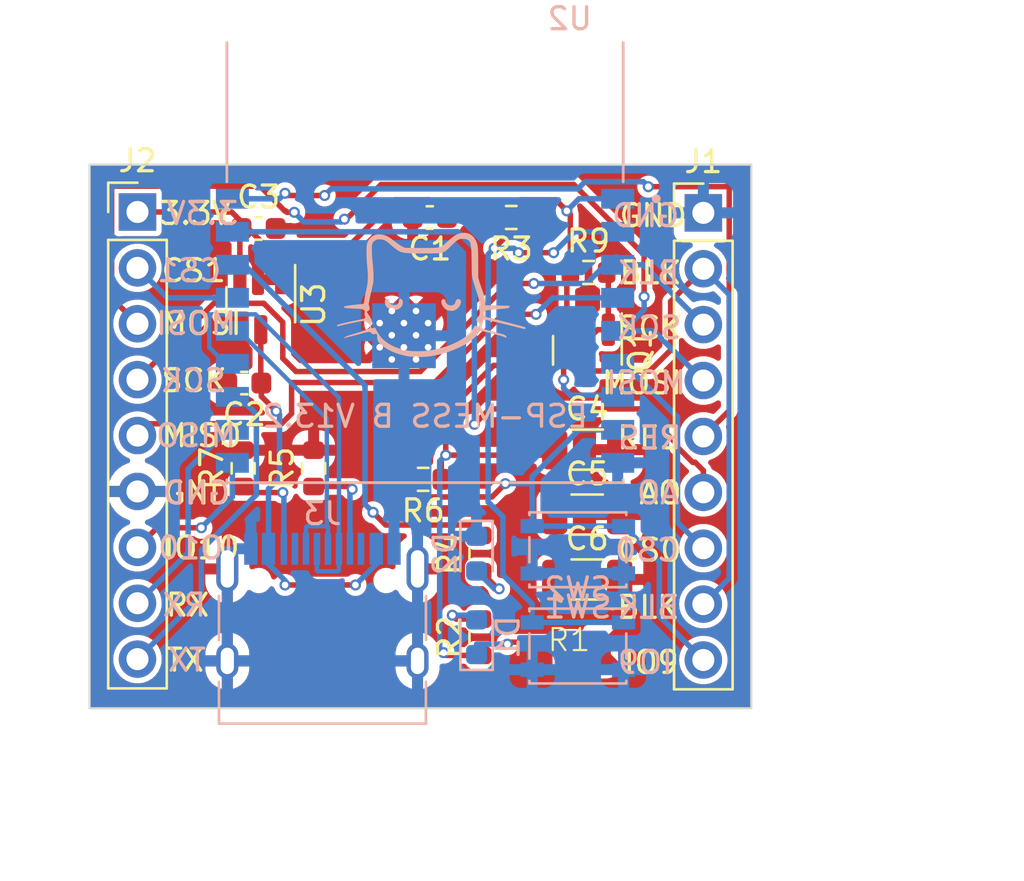
<source format=kicad_pcb>
(kicad_pcb (version 20221018) (generator pcbnew)
  (layers (0 "F.Cu" signal) (31 "B.Cu" signal) (34 "B.Paste" user) (35 "F.Paste" user) (36 "B.SilkS" user "B.Silkscreen") (37 "F.SilkS" user "F.Silkscreen") (38 "B.Mask" user) (39 "F.Mask" user) (44 "Edge.Cuts" user))
  (net 0 "")
  (net 1 "GND")
  (net 2 "Net-(U3-VI)")
  (net 3 "SCK")
  (net 4 "MOSI")
  (net 5 "RES")
  (net 6 "AO")
  (net 7 "CS0")
  (net 8 "EN")
  (net 9 "CS1")
  (net 10 "MISO")
  (net 11 "RX")
  (net 12 "TX")
  (net 13 "Net-(J3-CC1)")
  (net 14 "D+")
  (net 15 "D-")
  (net 17 "Net-(J3-CC2)")
  (net 19 "+3.3V")
  (net 20 "Net-(D1-K)")
  (net 21 "Net-(D1-A)")
  (net 22 "Net-(D2-A)")
  (net 23 "Net-(J1-Pin_2)")
  (net 24 "Net-(U2-GPIO2{slash}ADC1_CH2)")
  (net 25 "IO9")
  (net 26 "IO8")
  (net 27 "IO10")
  (footprint "Capacitor_SMD:C_1206_3216Metric" (layer "F.Cu") (at 160.925 71.15)
    (fp_text reference "C4" (at 0 -1.85) (layer "F.SilkS"))
    (fp_text value "100u")
    (pad "1" smd roundrect (at -1.475 0) (size 1.15 1.8) (layers "F.Cu" "F.Paste" "F.Mask") (roundrect_rratio 0.217391) (net 19 "+3.3V"))
    (pad "2" smd roundrect (at 1.475 0) (size 1.15 1.8) (layers "F.Cu" "F.Paste" "F.Mask") (roundrect_rratio 0.217391) (net 1 "GND"))
  )
  (footprint "Capacitor_SMD:C_0603_1608Metric" (layer "F.Cu") (at 146 61.1)
    (fp_text reference "C3" (at 0 -1.43) (layer "F.SilkS"))
    (fp_text value "10u")
    (pad "1" smd roundrect (at -0.775 0) (size 0.9 0.95) (layers "F.Cu" "F.Paste" "F.Mask") (net 19 "+3.3V"))
    (pad "2" smd roundrect (at 0.775 0) (size 0.9 0.95) (layers "F.Cu" "F.Paste" "F.Mask") (net 1 "GND"))
  )
  (footprint "Connector_PinHeader_2.54mm:PinHeader_1x09_P2.54mm_Vertical" (layer "F.Cu") (at 166.2 60.39)
    (fp_text reference "J1" (at 0 -2.33) (layer "F.SilkS"))
    (fp_text value "Conn_01x09_Pin")
    (pad "1" thru_hole rect (at 0 0) (size 1.7 1.7) (drill 1) (layers "*.Cu" "*.Mask") (net 1 "GND"))
    (pad "2" thru_hole oval (at 0 2.54) (size 1.7 1.7) (drill 1) (layers "*.Cu" "*.Mask") (net 23 "Net-(J1-Pin_2)"))
    (pad "3" thru_hole oval (at 0 5.08) (size 1.7 1.7) (drill 1) (layers "*.Cu" "*.Mask") (net 3 "SCK"))
    (pad "4" thru_hole oval (at 0 7.62) (size 1.7 1.7) (drill 1) (layers "*.Cu" "*.Mask") (net 4 "MOSI"))
    (pad "5" thru_hole oval (at 0 10.16) (size 1.7 1.7) (drill 1) (layers "*.Cu" "*.Mask") (net 5 "RES"))
    (pad "6" thru_hole oval (at 0 12.7) (size 1.7 1.7) (drill 1) (layers "*.Cu" "*.Mask") (net 6 "AO"))
    (pad "7" thru_hole oval (at 0 15.24) (size 1.7 1.7) (drill 1) (layers "*.Cu" "*.Mask") (net 7 "CS0"))
    (pad "8" thru_hole oval (at 0 17.78) (size 1.7 1.7) (drill 1) (layers "*.Cu" "*.Mask") (net 23 "Net-(J1-Pin_2)"))
    (pad "9" thru_hole oval (at 0 20.32) (size 1.7 1.7) (drill 1) (layers "*.Cu" "*.Mask") (net 25 "IO9"))
  )
  (footprint "Resistor_SMD:R_0603_1608Metric" (layer "F.Cu") (at 157.474997 60.6 180)
    (fp_text reference "R3" (at 0 -1.43) (layer "F.SilkS"))
    (fp_text value "R")
    (pad "1" smd roundrect (at -0.825 0 180) (size 0.8 0.95) (layers "F.Cu" "F.Paste" "F.Mask") (net 8 "EN"))
    (pad "2" smd roundrect (at 0.825 0 180) (size 0.8 0.95) (layers "F.Cu" "F.Paste" "F.Mask") (net 19 "+3.3V"))
  )
  (footprint "Resistor_SMD:R_0603_1608Metric" (layer "F.Cu") (at 145.3 72 90)
    (fp_text reference "R7" (at 0 -1.43 90) (layer "F.SilkS"))
    (fp_text value "5.1K")
    (pad "1" smd roundrect (at -0.825 0 90) (size 0.8 0.95) (layers "F.Cu" "F.Paste" "F.Mask") (net 17 "Net-(J3-CC2)"))
    (pad "2" smd roundrect (at 0.825 0 90) (size 0.8 0.95) (layers "F.Cu" "F.Paste" "F.Mask") (net 1 "GND"))
  )
  (footprint "Resistor_SMD:R_0603_1608Metric" (layer "F.Cu") (at 156.1 75.875 90)
    (fp_text reference "R4" (at 0 -1.43 90) (layer "F.SilkS"))
    (fp_text value "R")
    (pad "1" smd roundrect (at -0.825 0 90) (size 0.8 0.95) (layers "F.Cu" "F.Paste" "F.Mask") (net 22 "Net-(D2-A)"))
    (pad "2" smd roundrect (at 0.825 0 90) (size 0.8 0.95) (layers "F.Cu" "F.Paste" "F.Mask") (net 24 "Net-(U2-GPIO2{slash}ADC1_CH2)"))
  )
  (footprint "Package_TO_SOT_SMD:SOT-23-3" (layer "F.Cu") (at 146.1 64.5625 -90)
    (fp_text reference "U3" (at 0 -2.4 90) (layer "F.SilkS"))
    (fp_text value "XC6206PxxxMR")
    (pad "1" smd roundrect (at -1.1375 -0.95 270) (size 1.325 0.6) (layers "F.Cu" "F.Paste" "F.Mask") (net 1 "GND"))
    (pad "2" smd roundrect (at -1.1375 0.95 270) (size 1.325 0.6) (layers "F.Cu" "F.Paste" "F.Mask") (net 19 "+3.3V"))
    (pad "3" smd roundrect (at 1.1375 0 270) (size 1.325 0.6) (layers "F.Cu" "F.Paste" "F.Mask") (net 2 "Net-(U3-VI)"))
  )
  (footprint "Capacitor_SMD:C_1206_3216Metric" (layer "F.Cu") (at 160.925 77.05)
    (fp_text reference "C6" (at 0 -1.85) (layer "F.SilkS"))
    (fp_text value "100u")
    (pad "1" smd roundrect (at -1.475 0) (size 1.15 1.8) (layers "F.Cu" "F.Paste" "F.Mask") (roundrect_rratio 0.217391) (net 19 "+3.3V"))
    (pad "2" smd roundrect (at 1.475 0) (size 1.15 1.8) (layers "F.Cu" "F.Paste" "F.Mask") (roundrect_rratio 0.217391) (net 1 "GND"))
  )
  (footprint "Resistor_SMD:R_0603_1608Metric" (layer "F.Cu") (at 148.5 72 90)
    (fp_text reference "R5" (at 0 -1.43 90) (layer "F.SilkS"))
    (fp_text value "5.1K")
    (pad "1" smd roundrect (at -0.825 0 90) (size 0.8 0.95) (layers "F.Cu" "F.Paste" "F.Mask") (net 13 "Net-(J3-CC1)"))
    (pad "2" smd roundrect (at 0.825 0 90) (size 0.8 0.95) (layers "F.Cu" "F.Paste" "F.Mask") (net 1 "GND"))
  )
  (footprint "Connector_PinHeader_2.54mm:PinHeader_1x09_P2.54mm_Vertical" (layer "F.Cu") (at 140.5 60.35)
    (fp_text reference "J2" (at 0 -2.33) (layer "F.SilkS"))
    (fp_text value "Conn_01x09_Pin")
    (pad "1" thru_hole rect (at 0 0) (size 1.7 1.7) (drill 1) (layers "*.Cu" "*.Mask") (net 19 "+3.3V"))
    (pad "2" thru_hole oval (at 0 2.54) (size 1.7 1.7) (drill 1) (layers "*.Cu" "*.Mask") (net 9 "CS1"))
    (pad "3" thru_hole oval (at 0 5.08) (size 1.7 1.7) (drill 1) (layers "*.Cu" "*.Mask") (net 4 "MOSI"))
    (pad "4" thru_hole oval (at 0 7.62) (size 1.7 1.7) (drill 1) (layers "*.Cu" "*.Mask") (net 3 "SCK"))
    (pad "5" thru_hole oval (at 0 10.16) (size 1.7 1.7) (drill 1) (layers "*.Cu" "*.Mask") (net 10 "MISO"))
    (pad "6" thru_hole oval (at 0 12.7) (size 1.7 1.7) (drill 1) (layers "*.Cu" "*.Mask") (net 1 "GND"))
    (pad "7" thru_hole oval (at 0 15.24) (size 1.7 1.7) (drill 1) (layers "*.Cu" "*.Mask") (net 27 "IO10"))
    (pad "8" thru_hole oval (at 0 17.78) (size 1.7 1.7) (drill 1) (layers "*.Cu" "*.Mask") (net 11 "RX"))
    (pad "9" thru_hole oval (at 0 20.32) (size 1.7 1.7) (drill 1) (layers "*.Cu" "*.Mask") (net 12 "TX"))
  )
  (footprint "Capacitor_SMD:C_0603_1608Metric" (layer "F.Cu") (at 153.775 60.6 180)
    (fp_text reference "C1" (at 0 -1.43) (layer "F.SilkS"))
    (fp_text value "C")
    (pad "1" smd roundrect (at -0.775 0 180) (size 0.9 0.95) (layers "F.Cu" "F.Paste" "F.Mask") (net 19 "+3.3V"))
    (pad "2" smd roundrect (at 0.775 0 180) (size 0.9 0.95) (layers "F.Cu" "F.Paste" "F.Mask") (net 1 "GND"))
  )
  (footprint "Capacitor_SMD:C_1206_3216Metric" (layer "F.Cu") (at 160.925 74.1)
    (fp_text reference "C5" (at 0 -1.85) (layer "F.SilkS"))
    (fp_text value "100u")
    (pad "1" smd roundrect (at -1.475 0) (size 1.15 1.8) (layers "F.Cu" "F.Paste" "F.Mask") (roundrect_rratio 0.217391) (net 19 "+3.3V"))
    (pad "2" smd roundrect (at 1.475 0) (size 1.15 1.8) (layers "F.Cu" "F.Paste" "F.Mask") (roundrect_rratio 0.217391) (net 1 "GND"))
  )
  (footprint "Resistor_SMD:R_0603_1608Metric" (layer "F.Cu") (at 160.98425 63.1)
    (fp_text reference "R9" (at 0 -1.43) (layer "F.SilkS"))
    (fp_text value "R")
    (pad "1" smd roundrect (at -0.825 0) (size 0.8 0.95) (layers "F.Cu" "F.Paste" "F.Mask") (net 19 "+3.3V"))
    (pad "2" smd roundrect (at 0.825 0) (size 0.8 0.95) (layers "F.Cu" "F.Paste" "F.Mask") (net 26 "IO8"))
  )
  (footprint "Capacitor_SMD:C_0603_1608Metric" (layer "F.Cu") (at 145.35 68.125 180)
    (fp_text reference "C2" (at 0 -1.43) (layer "F.SilkS"))
    (fp_text value "1u")
    (pad "1" smd roundrect (at -0.775 0 180) (size 0.9 0.95) (layers "F.Cu" "F.Paste" "F.Mask") (net 2 "Net-(U3-VI)"))
    (pad "2" smd roundrect (at 0.775 0 180) (size 0.9 0.95) (layers "F.Cu" "F.Paste" "F.Mask") (net 1 "GND"))
  )
  (footprint "Resistor_SMD:R_0603_1608Metric" (layer "F.Cu") (at 153.475 72.5 180)
    (fp_text reference "R6" (at 0 -1.43) (layer "F.SilkS"))
    (fp_text value "10K")
    (pad "1" smd roundrect (at -0.825 0 180) (size 0.8 0.95) (layers "F.Cu" "F.Paste" "F.Mask") (net 19 "+3.3V"))
    (pad "2" smd roundrect (at 0.825 0 180) (size 0.8 0.95) (layers "F.Cu" "F.Paste" "F.Mask") (net 25 "IO9"))
  )
  (footprint "Package_TO_SOT_SMD:SOT-23" (layer "F.Cu") (at 160.934251 66.6375 -90)
    (fp_text reference "Q1" (at 0 -2.4 90) (layer "F.SilkS"))
    (fp_text value "AO3401A")
    (pad "1" smd roundrect (at -0.9375 -0.95 270) (size 1.475 0.6) (layers "F.Cu" "F.Paste" "F.Mask") (net 26 "IO8"))
    (pad "2" smd roundrect (at -0.9375 0.95 270) (size 1.475 0.6) (layers "F.Cu" "F.Paste" "F.Mask") (net 19 "+3.3V"))
    (pad "3" smd roundrect (at 0.9375 0 270) (size 1.475 0.6) (layers "F.Cu" "F.Paste" "F.Mask") (net 23 "Net-(J1-Pin_2)"))
  )
  (footprint "Resistor_SMD:R_0603_1608Metric" (layer "F.Cu") (at 156.1 79.675 90)
    (fp_text reference "R2" (at 0 -1.43 90) (layer "F.SilkS"))
    (fp_text value "R")
    (pad "1" smd roundrect (at -0.825 0 90) (size 0.8 0.95) (layers "F.Cu" "F.Paste" "F.Mask") (net 19 "+3.3V"))
    (pad "2" smd roundrect (at 0.825 0 90) (size 0.8 0.95) (layers "F.Cu" "F.Paste" "F.Mask") (net 21 "Net-(D1-A)"))
  )
  (footprint "A_SensorNode:Jumpper" (layer "F.Cu") (at 160.1 80.3)
    (fp_text reference "R1" (at 0 -0.5 unlocked) (layer "F.SilkS") (effects (font (thickness 0.1))))
    (fp_text value "R")
    (pad "1" smd roundrect (at 0 0) (size 1 1.5) (layers "F.Cu" "F.Paste" "F.Mask") (net 20 "Net-(D1-K)"))
    (pad "2" smd roundrect (at 1.4 0) (size 1 1.5) (layers "F.Cu" "F.Paste" "F.Mask") (net 1 "GND"))
  )
  (footprint "LED_SMD:LED_0603_1608Metric" (layer "B.Cu") (at 155.9 75.875 -90)
    (fp_text reference "D2" (at 0 1.43 90) (layer "B.SilkS") (effects (justify mirror)))
    (fp_text value "LED")
    (pad "1" smd roundrect (at -0.7875 0 270) (size 0.875 0.95) (layers "B.Cu" "B.Paste" "B.Mask") (net 1 "GND"))
    (pad "2" smd roundrect (at 0.7875 0 270) (size 0.875 0.95) (layers "B.Cu" "B.Paste" "B.Mask") (net 22 "Net-(D2-A)"))
  )
  (footprint "Connector_USB:USB_C_Receptacle_HRO_TYPE-C-31-M-12" (layer "B.Cu") (at 148.9 79.7 180)
    (fp_text reference "J3" (at 0 5.645 -360) (layer "B.SilkS") (effects (justify mirror)))
    (fp_text value "USB_C_Receptacle_USB2.0")
    (pad "" np_thru_hole circle (at -2.89 2.6 180) (size 0.65 0.65) (drill 0.65) (layers "*.Cu" "*.Mask"))
    (pad "" np_thru_hole circle (at 2.89 2.6 180) (size 0.65 0.65) (drill 0.65) (layers "*.Cu" "*.Mask"))
    (pad "A1" smd rect (at -3.25 4.045 180) (size 0.6 1.45) (layers "B.Cu" "B.Paste" "B.Mask") (net 1 "GND"))
    (pad "A4" smd rect (at -2.45 4.045 180) (size 0.6 1.45) (layers "B.Cu" "B.Paste" "B.Mask") (net 2 "Net-(U3-VI)"))
    (pad "A5" smd rect (at -1.25 4.045 180) (size 0.3 1.45) (layers "B.Cu" "B.Paste" "B.Mask") (net 13 "Net-(J3-CC1)"))
    (pad "A6" smd rect (at -0.25 4.045 180) (size 0.3 1.45) (layers "B.Cu" "B.Paste" "B.Mask") (net 14 "D+"))
    (pad "A7" smd rect (at 0.25 4.045 180) (size 0.3 1.45) (layers "B.Cu" "B.Paste" "B.Mask") (net 15 "D-"))
    (pad "A8" smd rect (at 1.25 4.045 180) (size 0.3 1.45) (layers "B.Cu" "B.Paste" "B.Mask"))
    (pad "A9" smd rect (at 2.45 4.045 180) (size 0.6 1.45) (layers "B.Cu" "B.Paste" "B.Mask") (net 2 "Net-(U3-VI)"))
    (pad "A12" smd rect (at 3.25 4.045 180) (size 0.6 1.45) (layers "B.Cu" "B.Paste" "B.Mask") (net 1 "GND"))
    (pad "B1" smd rect (at 3.25 4.045 180) (size 0.6 1.45) (layers "B.Cu" "B.Paste" "B.Mask") (net 1 "GND"))
    (pad "B4" smd rect (at 2.45 4.045 180) (size 0.6 1.45) (layers "B.Cu" "B.Paste" "B.Mask") (net 2 "Net-(U3-VI)"))
    (pad "B5" smd rect (at 1.75 4.045 180) (size 0.3 1.45) (layers "B.Cu" "B.Paste" "B.Mask") (net 17 "Net-(J3-CC2)"))
    (pad "B6" smd rect (at 0.75 4.045 180) (size 0.3 1.45) (layers "B.Cu" "B.Paste" "B.Mask") (net 14 "D+"))
    (pad "B7" smd rect (at -0.75 4.045 180) (size 0.3 1.45) (layers "B.Cu" "B.Paste" "B.Mask") (net 15 "D-"))
    (pad "B8" smd rect (at -1.75 4.045 180) (size 0.3 1.45) (layers "B.Cu" "B.Paste" "B.Mask"))
    (pad "B9" smd rect (at -2.45 4.045 180) (size 0.6 1.45) (layers "B.Cu" "B.Paste" "B.Mask") (net 2 "Net-(U3-VI)"))
    (pad "B12" smd rect (at -3.25 4.045 180) (size 0.6 1.45) (layers "B.Cu" "B.Paste" "B.Mask") (net 1 "GND"))
    (pad "S1" thru_hole oval (at -4.32 -1.05 180) (size 1 1.6) (drill oval 0.6 1.2) (layers "*.Cu" "*.Mask") (net 1 "GND"))
    (pad "S1" thru_hole oval (at -4.32 3.13 180) (size 1 2.1) (drill oval 0.6 1.7) (layers "*.Cu" "*.Mask") (net 1 "GND"))
    (pad "S1" thru_hole oval (at 4.32 -1.05 180) (size 1 1.6) (drill oval 0.6 1.2) (layers "*.Cu" "*.Mask") (net 1 "GND"))
    (pad "S1" thru_hole oval (at 4.32 3.13 180) (size 1 2.1) (drill oval 0.6 1.7) (layers "*.Cu" "*.Mask") (net 1 "GND"))
  )
  (footprint "Button_Switch_SMD:SW_SPST_PTS810" (layer "B.Cu") (at 160.5 80.075 180)
    (fp_text reference "SW2" (at 0 2.6) (layer "B.SilkS") (effects (justify mirror)))
    (fp_text value "SW_Push")
    (pad "1" smd rect (at -2.075 1.075 180) (size 1.05 0.65) (layers "B.Cu" "B.Paste" "B.Mask") (net 8 "EN"))
    (pad "1" smd rect (at 2.075 1.075 180) (size 1.05 0.65) (layers "B.Cu" "B.Paste" "B.Mask") (net 8 "EN"))
    (pad "2" smd rect (at -2.075 -1.075 180) (size 1.05 0.65) (layers "B.Cu" "B.Paste" "B.Mask") (net 1 "GND"))
    (pad "2" smd rect (at 2.075 -1.075 180) (size 1.05 0.65) (layers "B.Cu" "B.Paste" "B.Mask") (net 1 "GND"))
  )
  (footprint "ESP32-C3:MODULE_ESP32-C3-WROOM-02-H4" (layer "B.Cu") (at 153.56 62.65 180)
    (fp_text reference "U2" (at -6.575 11.085) (layer "B.SilkS") (effects (justify mirror)))
    (fp_text value "ESP32-C3-WROOM-02")
    (pad "1" smd rect (at -8.75 2.9 180) (size 1.5 0.9) (layers "B.Cu" "B.Paste" "B.Mask") (net 19 "+3.3V"))
    (pad "2" smd rect (at -8.75 1.4 180) (size 1.5 0.9) (layers "B.Cu" "B.Paste" "B.Mask") (net 8 "EN"))
    (pad "3" smd rect (at -8.75 -0.1 180) (size 1.5 0.9) (layers "B.Cu" "B.Paste" "B.Mask") (net 3 "SCK"))
    (pad "4" smd rect (at -8.75 -1.6 180) (size 1.5 0.9) (layers "B.Cu" "B.Paste" "B.Mask") (net 10 "MISO"))
    (pad "5" smd rect (at -8.75 -3.1 180) (size 1.5 0.9) (layers "B.Cu" "B.Paste" "B.Mask") (net 4 "MOSI"))
    (pad "6" smd rect (at -8.75 -4.6 180) (size 1.5 0.9) (layers "B.Cu" "B.Paste" "B.Mask") (net 7 "CS0"))
    (pad "7" smd rect (at -8.75 -6.1 180) (size 1.5 0.9) (layers "B.Cu" "B.Paste" "B.Mask") (net 26 "IO8"))
    (pad "8" smd rect (at -8.75 -7.6 180) (size 1.5 0.9) (layers "B.Cu" "B.Paste" "B.Mask") (net 25 "IO9"))
    (pad "9" smd rect (at -8.75 -9.1 180) (size 1.5 0.9) (layers "B.Cu" "B.Paste" "B.Mask") (net 1 "GND"))
    (pad "10" smd rect (at 8.75 -9.1 180) (size 1.5 0.9) (layers "B.Cu" "B.Paste" "B.Mask") (net 27 "IO10"))
    (pad "11" smd rect (at 8.75 -7.6 180) (size 1.5 0.9) (layers "B.Cu" "B.Paste" "B.Mask") (net 11 "RX"))
    (pad "12" smd rect (at 8.75 -6.1 180) (size 1.5 0.9) (layers "B.Cu" "B.Paste" "B.Mask") (net 12 "TX"))
    (pad "13" smd rect (at 8.75 -4.6 180) (size 1.5 0.9) (layers "B.Cu" "B.Paste" "B.Mask") (net 15 "D-"))
    (pad "14" smd rect (at 8.75 -3.1 180) (size 1.5 0.9) (layers "B.Cu" "B.Paste" "B.Mask") (net 14 "D+"))
    (pad "15" smd rect (at 8.75 -1.6 180) (size 1.5 0.9) (layers "B.Cu" "B.Paste" "B.Mask") (net 9 "CS1"))
    (pad "16" smd rect (at 8.75 -0.1 180) (size 1.5 0.9) (layers "B.Cu" "B.Paste" "B.Mask") (net 24 "Net-(U2-GPIO2{slash}ADC1_CH2)"))
    (pad "17" smd rect (at 8.75 1.4 180) (size 1.5 0.9) (layers "B.Cu" "B.Paste" "B.Mask") (net 6 "AO"))
    (pad "18" smd rect (at 8.75 2.9 180) (size 1.5 0.9) (layers "B.Cu" "B.Paste" "B.Mask") (net 5 "RES"))
    (pad "19" thru_hole circle (at -0.14 -3.85 180) (size 0.4 0.4) (drill 0.3) (layers "*.Cu") (net 1 "GND"))
    (pad "19" thru_hole circle (at -0.14 -2.75 180) (size 0.4 0.4) (drill 0.3) (layers "*.Cu") (net 1 "GND"))
    (pad "19" thru_hole circle (at 0.41 -4.4 180) (size 0.4 0.4) (drill 0.3) (layers "*.Cu") (net 1 "GND"))
    (pad "19" thru_hole circle (at 0.41 -3.3 180) (size 0.4 0.4) (drill 0.3) (layers "*.Cu") (net 1 "GND"))
    (pad "19" thru_hole circle (at 0.41 -2.2 180) (size 0.4 0.4) (drill 0.3) (layers "*.Cu") (net 1 "GND"))
    (pad "19" smd rect (at 0.955 -3.325 180) (size 2.89 2.95) (layers "B.Cu" "B.Paste" "B.Mask") (net 1 "GND"))
    (pad "19" thru_hole circle (at 0.96 -3.85 180) (size 0.4 0.4) (drill 0.3) (layers "*.Cu") (net 1 "GND"))
    (pad "19" thru_hole circle (at 0.96 -2.75 180) (size 0.4 0.4) (drill 0.3) (layers "*.Cu") (net 1 "GND"))
    (pad "19" thru_hole circle (at 1.51 -4.4 180) (size 0.4 0.4) (drill 0.3) (layers "*.Cu") (net 1 "GND"))
    (pad "19" thru_hole circle (at 1.51 -3.3 180) (size 0.4 0.4) (drill 0.3) (layers "*.Cu") (net 1 "GND"))
    (pad "19" thru_hole circle (at 1.51 -2.2 180) (size 0.4 0.4) (drill 0.3) (layers "*.Cu") (net 1 "GND"))
    (pad "19" thru_hole circle (at 2.06 -3.85 180) (size 0.4 0.4) (drill 0.3) (layers "*.Cu") (net 1 "GND"))
    (pad "19" thru_hole circle (at 2.06 -2.75 180) (size 0.4 0.4) (drill 0.3) (layers "*.Cu") (net 1 "GND"))
  )
  (footprint "LED_SMD:LED_0603_1608Metric" (layer "B.Cu") (at 155.9 79.675 90)
    (fp_text reference "D1" (at 0 1.43 90) (layer "B.SilkS") (effects (justify mirror)))
    (fp_text value "LED")
    (pad "1" smd roundrect (at -0.7875 0 90) (size 0.875 0.95) (layers "B.Cu" "B.Paste" "B.Mask") (net 20 "Net-(D1-K)"))
    (pad "2" smd roundrect (at 0.7875 0 90) (size 0.875 0.95) (layers "B.Cu" "B.Paste" "B.Mask") (net 21 "Net-(D1-A)"))
  )
  (footprint "catIcon.preety:catIcon8x8" (layer "B.Cu") (at 153.7 64.1 180)
    (fp_text reference "G***" hide)
    (fp_text value "LOGO" hide)
  )
  (footprint "Button_Switch_SMD:SW_SPST_PTS810" (layer "B.Cu") (at 160.5 75.7)
    (fp_text reference "SW1" (at 0 2.6) (layer "B.SilkS") (effects (justify mirror)))
    (fp_text value "SW_Push")
    (pad "1" smd rect (at -2.075 1.075) (size 1.05 0.65) (layers "B.Cu" "B.Paste" "B.Mask") (net 1 "GND"))
    (pad "1" smd rect (at 2.075 1.075) (size 1.05 0.65) (layers "B.Cu" "B.Paste" "B.Mask") (net 1 "GND"))
    (pad "2" smd rect (at -2.075 -1.075) (size 1.05 0.65) (layers "B.Cu" "B.Paste" "B.Mask") (net 25 "IO9"))
    (pad "2" smd rect (at 2.075 -1.075) (size 1.05 0.65) (layers "B.Cu" "B.Paste" "B.Mask") (net 25 "IO9"))
  )
  (gr_rect (start 138.325 58.2) (end 168.375 82.9) (stroke (width 0.1)) (fill none) (layer "Edge.Cuts"))
  (gr_text "GND" (at 144.8 73.7) (layer "B.SilkS") (effects (font (size 1 1)) (justify left bottom mirror)))
  (gr_text "BLK" (at 165.2 78.9) (layer "B.SilkS") (effects (font (size 1 1)) (justify left bottom mirror)))
  (gr_text "BLK" (at 165.2 63.7) (layer "B.SilkS") (effects (font (size 1 1)) (justify left bottom mirror)))
  (gr_text "SCK" (at 165.3 66.2) (layer "B.SilkS") (effects (font (size 1 1)) (justify left bottom mirror)))
  (gr_text "SCK" (at 144.6 68.6) (layer "B.SilkS") (effects (font (size 1 1)) (justify left bottom mirror)))
  (gr_text "MISO" (at 145.069046 71.1) (layer "B.SilkS") (effects (font (size 1 1)) (justify left bottom mirror)))
  (gr_text "TX" (at 143.7 81.3) (layer "B.SilkS") (effects (font (size 1 1)) (justify left bottom mirror)))
  (gr_text "RX" (at 143.7 78.8) (layer "B.SilkS") (effects (font (size 1 1)) (justify left bottom mirror)))
  (gr_text "IO10" (at 144.969046 76.2) (layer "B.SilkS") (effects (font (size 1 1)) (justify left bottom mirror)))
  (gr_text "MOSI" (at 165.497618 68.7) (layer "B.SilkS") (effects (font (size 1 1)) (justify left bottom mirror)))
  (gr_text "GND" (at 165.2 61.1) (layer "B.SilkS") (effects (font (size 1 1)) (justify left bottom mirror)))
  (gr_text "AO" (at 165.2 73.7) (layer "B.SilkS") (effects (font (size 1 1)) (justify left bottom mirror)))
  (gr_text "RES" (at 165.3 71.2) (layer "B.SilkS") (effects (font (size 1 1)) (justify left bottom mirror)))
  (gr_text "CS0" (at 165.2 76.3) (layer "B.SilkS") (effects (font (size 1 1)) (justify left bottom mirror)))
  (gr_text "CS1" (at 144.4 63.6) (layer "B.SilkS") (effects (font (size 1 1)) (justify left bottom mirror)))
  (gr_text "ESP-MESS B V13.2" (at 161.043542 70.217096) (layer "B.SilkS") (effects (font (size 1 1)) (justify left bottom mirror)))
  (gr_text "IO9" (at 164.9 81.4) (layer "B.SilkS") (effects (font (size 1 1)) (justify left bottom mirror)))
  (gr_text "3.3V" (at 145.169046 61) (layer "B.SilkS") (effects (font (size 1 1)) (justify left bottom mirror)))
  (gr_text "MOSI" (at 145.069046 66) (layer "B.SilkS") (effects (font (size 1 1)) (justify left bottom mirror)))
  (gr_text "CS0" (at 162.2 76.3) (layer "F.SilkS") (effects (font (size 1 1)) (justify left bottom)))
  (gr_text "MOSI" (at 161.5 68.7) (layer "F.SilkS") (effects (font (size 1 1)) (justify left bottom)))
  (gr_text "TX" (at 141.7 81.3) (layer "F.SilkS") (effects (font (size 1 1)) (justify left bottom)))
  (gr_text "SCK" (at 162.2 66.2) (layer "F.SilkS") (effects (font (size 1 1)) (justify left bottom)))
  (gr_text "SCK" (at 141.5 68.6) (layer "F.SilkS") (effects (font (size 1 1)) (justify left bottom)))
  (gr_text "MISO" (at 141.5 71.1) (layer "F.SilkS") (effects (font (size 1 1)) (justify left bottom)))
  (gr_text "BLK" (at 162.2 78.9) (layer "F.SilkS") (effects (font (size 1 1)) (justify left bottom)))
  (gr_text "CS1" (at 141.5 63.6) (layer "F.SilkS") (effects (font (size 1 1)) (justify left bottom)))
  (gr_text "BLK" (at 162.3 63.7) (layer "F.SilkS") (effects (font (size 1 1)) (justify left bottom)))
  (gr_text "RES" (at 162.2 71.2) (layer "F.SilkS") (effects (font (size 1 1)) (justify left bottom)))
  (gr_text "AO" (at 163.2 73.7) (layer "F.SilkS") (effects (font (size 1 1)) (justify left bottom)))
  (gr_text "RX" (at 141.7 78.8) (layer "F.SilkS") (effects (font (size 1 1)) (justify left bottom)))
  (gr_text "3.3V" (at 141.4 61) (layer "F.SilkS") (effects (font (size 1 1)) (justify left bottom)))
  (gr_text "GND" (at 162.3 61.1) (layer "F.SilkS") (effects (font (size 1 1)) (justify left bottom)))
  (gr_text "IO9" (at 162.5 81.4) (layer "F.SilkS") (effects (font (size 1 1)) (justify left bottom)))
  (gr_text "IO10" (at 141.6 76.2) (layer "F.SilkS") (effects (font (size 1 1)) (justify left bottom)))
  (gr_text "MOSI" (at 141.5 66) (layer "F.SilkS") (effects (font (size 1 1)) (justify left bottom)))
  (gr_text "GND" (at 141.6 73.7) (layer "F.SilkS") (effects (font (size 1 1)) (justify left bottom)))
  (segment (start 147.2 77.3) (end 150.4 77.3) (width 0.25) (layer "F.Cu") (net 2))
  (segment (start 146.125 68.725) (end 146.8 69.4) (width 0.25) (layer "F.Cu") (net 2))
  (segment (start 146.099999 68.024999) (end 146.1 65.7) (width 0.25) (layer "F.Cu") (net 2))
  (segment (start 146.125 68.125) (end 146.125 68.725) (width 0.25) (layer "F.Cu") (net 2))
  (via (at 150.4 77.3) (size 0.5) (drill 0.3) (layers "F.Cu" "B.Cu") (net 2))
  (via (at 147.2 77.3) (size 0.5) (drill 0.3) (layers "F.Cu" "B.Cu") (net 2))
  (via (at 146.8 69.4) (size 0.5) (drill 0.3) (layers "F.Cu" "B.Cu") (net 2))
  (segment (start 146.45 72.936827) (end 146.45 75.655) (width 0.25) (layer "B.Cu") (net 2))
  (segment (start 146.45 75.655) (end 146.45 76.35) (width 0.25) (layer "B.Cu") (net 2))
  (segment (start 146.95 69.55) (end 146.95 72.525) (width 0.25) (layer "B.Cu") (net 2))
  (segment (start 151.35 76.35) (end 151.35 75.655) (width 0.25) (layer "B.Cu") (net 2))
  (segment (start 146.45 76.35) (end 147.2 77.1) (width 0.25) (layer "B.Cu") (net 2))
  (segment (start 146.8 69.4) (end 146.95 69.55) (width 0.25) (layer "B.Cu") (net 2))
  (segment (start 146.95 72.525) (end 146.861827 72.525) (width 0.25) (layer "B.Cu") (net 2))
  (segment (start 146.861827 72.525) (end 146.45 72.936827) (width 0.25) (layer "B.Cu") (net 2))
  (segment (start 150.4 77.3) (end 151.35 76.35) (width 0.25) (layer "B.Cu") (net 2))
  (segment (start 147.2 77.1) (end 147.2 77.3) (width 0.25) (layer "B.Cu") (net 2))
  (segment (start 147.7 67.6) (end 147.1 67) (width 0.25) (layer "F.Cu") (net 3))
  (segment (start 158.5 63.6) (end 157.342463 63.6) (width 0.25) (layer "F.Cu") (net 3))
  (segment (start 153.342463 67.6) (end 147.7 67.6) (width 0.25) (layer "F.Cu") (net 3))
  (segment (start 157.342463 63.6) (end 153.342463 67.6) (width 0.25) (layer "F.Cu") (net 3))
  (segment (start 147.1 65.365749) (end 146.234251 64.5) (width 0.25) (layer "F.Cu") (net 3))
  (segment (start 147.1 67) (end 147.1 65.365749) (width 0.25) (layer "F.Cu") (net 3))
  (segment (start 143.97 64.5) (end 140.5 67.97) (width 0.25) (layer "F.Cu") (net 3))
  (segment (start 146.234251 64.5) (end 143.97 64.5) (width 0.25) (layer "F.Cu") (net 3))
  (via (at 158.5 63.6) (size 0.5) (drill 0.3) (layers "F.Cu" "B.Cu") (net 3))
  (segment (start 160.9 63.6) (end 161.8 62.7) (width 0.25) (layer "B.Cu") (net 3))
  (segment (start 162.31 62.75) (end 163.48 62.75) (width 0.25) (layer "B.Cu") (net 3))
  (segment (start 162.24425 62.375001) (end 162.29425 62.425001) (width 0.25) (layer "B.Cu") (net 3))
  (segment (start 161.8 62.7) (end 162.26 62.7) (width 0.25) (layer "B.Cu") (net 3))
  (segment (start 158.5 63.6) (end 160.9 63.6) (width 0.25) (layer "B.Cu") (net 3))
  (segment (start 163.48 62.75) (end 166.2 65.47) (width 0.25) (layer "B.Cu") (net 3))
  (segment (start 147.621202 60.363606) (end 147.291423 60.363606) (width 0.25) (layer "F.Cu") (net 4))
  (segment (start 149.988104 60.6755) (end 151.563604 59.1) (width 0.25) (layer "F.Cu") (net 4))
  (segment (start 160.313173 59.1) (end 163.509502 62.296329) (width 0.25) (layer "F.Cu") (net 4))
  (segment (start 147.291423 60.363606) (end 147.227817 60.3) (width 0.25) (layer "F.Cu") (net 4))
  (segment (start 163.509502 62.296329) (end 163.509502 64.2) (width 0.25) (layer "F.Cu") (net 4))
  (segment (start 149.9 60.6755) (end 149.988104 60.6755) (width 0.25) (layer "F.Cu") (net 4))
  (segment (start 151.563604 59.1) (end 160.313173 59.1) (width 0.25) (layer "F.Cu") (net 4))
  (segment (start 146.061827 59.175) (end 139.325 59.175) (width 0.25) (layer "F.Cu") (net 4))
  (segment (start 139.325 64.255) (end 140.5 65.43) (width 0.25) (layer "F.Cu") (net 4))
  (segment (start 147.227817 60.3) (end 147.186827 60.3) (width 0.25) (layer "F.Cu") (net 4))
  (segment (start 147.186827 60.3) (end 146.061827 59.175) (width 0.25) (layer "F.Cu") (net 4))
  (segment (start 139.325 59.175) (end 139.325 64.255) (width 0.25) (layer "F.Cu") (net 4))
  (via (at 149.9 60.6755) (size 0.5) (drill 0.3) (layers "F.Cu" "B.Cu") (net 4))
  (via (at 147.621202 60.363606) (size 0.5) (drill 0.3) (layers "F.Cu" "B.Cu") (net 4))
  (via (at 163.509502 64.2) (size 0.5) (drill 0.3) (layers "F.Cu" "B.Cu") (net 4))
  (segment (start 163.509502 64.2) (end 163.509502 64.790498) (width 0.25) (layer "B.Cu") (net 4))
  (segment (start 148.057596 60.8) (end 147.621202 60.363606) (width 0.25) (layer "B.Cu") (net 4))
  (segment (start 163.509502 64.790498) (end 162.55 65.75) (width 0.25) (layer "B.Cu") (net 4))
  (segment (start 149.9 60.6755) (end 149.7755 60.8) (width 0.25) (layer "B.Cu") (net 4))
  (segment (start 162.31 65.75) (end 163.94 65.75) (width 0.25) (layer "B.Cu") (net 4))
  (segment (start 149.7755 60.8) (end 148.057596 60.8) (width 0.25) (layer "B.Cu") (net 4))
  (segment (start 163.94 65.75) (end 166.2 68.01) (width 0.25) (layer "B.Cu") (net 4))
  (segment (start 147.2 59.5) (end 147.3 59.6) (width 0.25) (layer "F.Cu") (net 5))
  (segment (start 167.375 69.375) (end 167.375 59.215) (width 0.25) (layer "F.Cu") (net 5))
  (segment (start 166.2 70.55) (end 167.375 69.375) (width 0.25) (layer "F.Cu") (net 5))
  (segment (start 147.3 59.6) (end 149 59.6) (width 0.25) (layer "F.Cu") (net 5))
  (segment (start 167.375 59.215) (end 167.36 59.2) (width 0.25) (layer "F.Cu") (net 5))
  (segment (start 167.36 59.2) (end 163.7 59.2) (width 0.25) (layer "F.Cu") (net 5))
  (via (at 163.7 59.2) (size 0.5) (drill 0.3) (layers "F.Cu" "B.Cu") (net 5))
  (via (at 149 59.6) (size 0.5) (drill 0.3) (layers "F.Cu" "B.Cu") (net 5))
  (via (at 147.2 59.5) (size 0.5) (drill 0.3) (layers "F.Cu" "B.Cu") (net 5))
  (segment (start 163.475 58.975) (end 163.7 59.2) (width 0.25) (layer "B.Cu") (net 5))
  (segment (start 149 59.6) (end 149.3 59.3) (width 0.25) (layer "B.Cu") (net 5))
  (segment (start 149.3 59.3) (end 160.5 59.3) (width 0.25) (layer "B.Cu") (net 5))
  (segment (start 147.2 59.5) (end 146.95 59.75) (width 0.25) (layer "B.Cu") (net 5))
  (segment (start 160.5 59.3) (end 160.825 58.975) (width 0.25) (layer "B.Cu") (net 5))
  (segment (start 160.825 58.975) (end 163.475 58.975) (width 0.25) (layer "B.Cu") (net 5))
  (segment (start 146.95 59.75) (end 144.81 59.75) (width 0.25) (layer "B.Cu") (net 5))
  (segment (start 163.4 69.3) (end 165.025 70.925) (width 0.25) (layer "F.Cu") (net 6))
  (segment (start 155.8 70) (end 156.5 69.3) (width 0.25) (layer "F.Cu") (net 6))
  (segment (start 166.2 72.1) (end 166.2 73.09) (width 0.25) (layer "F.Cu") (net 6))
  (segment (start 156.5 69.3) (end 163.4 69.3) (width 0.25) (layer "F.Cu") (net 6))
  (segment (start 165.025 70.925) (end 165.025 71.036701) (width 0.25) (layer "F.Cu") (net 6))
  (segment (start 165.713299 71.725) (end 165.825 71.725) (width 0.25) (layer "F.Cu") (net 6))
  (segment (start 165.025 71.036701) (end 165.713299 71.725) (width 0.25) (layer "F.Cu") (net 6))
  (segment (start 165.825 71.725) (end 166.2 72.1) (width 0.25) (layer "F.Cu") (net 6))
  (via (at 155.8 70) (size 0.5) (drill 0.3) (layers "F.Cu" "B.Cu") (net 6))
  (segment (start 155.8 70) (end 155.8 62) (width 0.25) (layer "B.Cu") (net 6))
  (segment (start 155.05 61.25) (end 144.81 61.25) (width 0.25) (layer "B.Cu") (net 6))
  (segment (start 155.8 62) (end 155.05 61.25) (width 0.25) (layer "B.Cu") (net 6))
  (segment (start 165.025 69.665) (end 165.025 74.455) (width 0.25) (layer "B.Cu") (net 7))
  (segment (start 162.61 67.25) (end 165.025 69.665) (width 0.25) (layer "B.Cu") (net 7))
  (segment (start 165.025 74.455) (end 166.2 75.63) (width 0.25) (layer "B.Cu") (net 7))
  (segment (start 158.1 60.6) (end 158.299997 60.6) (width 0.25) (layer "F.Cu") (net 8))
  (segment (start 156.7 62) (end 158.1 60.6) (width 0.25) (layer "F.Cu") (net 8))
  (segment (start 157.8 62.2) (end 159.4 62.2) (width 0.25) (layer "F.Cu") (net 8))
  (via (at 157.8 62.2) (size 0.5) (drill 0.3) (layers "F.Cu" "B.Cu") (net 8))
  (via (at 159.4 62.2) (size 0.5) (drill 0.3) (layers "F.Cu" "B.Cu") (net 8))
  (via (at 156.7 62) (size 0.5) (drill 0.3) (layers "F.Cu" "B.Cu") (net 8))
  (segment (start 156.425 62.275) (end 156.425 68.075) (width 0.25) (layer "B.Cu") (net 8))
  (segment (start 157.6 62) (end 157.8 62.2) (width 0.25) (layer "B.Cu") (net 8))
  (segment (start 157.1 76.836327) (end 158.425 78.161327) (width 0.25) (layer "B.Cu") (net 8))
  (segment (start 156.425 73.525) (end 157.1 74.2) (width 0.25) (layer "B.Cu") (net 8))
  (segment (start 156.7 62) (end 157.6 62) (width 0.25) (layer "B.Cu") (net 8))
  (segment (start 160.35 61.25) (end 162.31 61.25) (width 0.25) (layer "B.Cu") (net 8))
  (segment (start 159.4 62.2) (end 160.35 61.25) (width 0.25) (layer "B.Cu") (net 8))
  (segment (start 158.425 78.161327) (end 158.425 79) (width 0.25) (layer "B.Cu") (net 8))
  (segment (start 158.425 79) (end 162.575 79) (width 0.25) (layer "B.Cu") (net 8))
  (segment (start 156.425 68.1) (end 156.425 73.525) (width 0.25) (layer "B.Cu") (net 8))
  (segment (start 156.7 62) (end 156.425 62.275) (width 0.25) (layer "B.Cu") (net 8))
  (segment (start 157.1 74.2) (end 157.1 76.836327) (width 0.25) (layer "B.Cu") (net 8))
  (segment (start 141.86 64.25) (end 144.81 64.25) (width 0.25) (layer "B.Cu") (net 9))
  (segment (start 140.5 62.89) (end 141.86 64.25) (width 0.25) (layer "B.Cu") (net 9))
  (segment (start 158.6 65) (end 157.1 65) (width 0.25) (layer "F.Cu") (net 10))
  (segment (start 154 68.1) (end 147.5 68.1) (width 0.25) (layer "F.Cu") (net 10))
  (segment (start 147.038173 69.975) (end 141.035 69.975) (width 0.25) (layer "F.Cu") (net 10))
  (segment (start 157.1 65) (end 154 68.1) (width 0.25) (layer "F.Cu") (net 10))
  (segment (start 141.035 69.975) (end 140.5 70.51) (width 0.25) (layer "F.Cu") (net 10))
  (segment (start 147.5 68.1) (end 147.5 69.513173) (width 0.25) (layer "F.Cu") (net 10))
  (segment (start 147.5 69.513173) (end 147.038173 69.975) (width 0.25) (layer "F.Cu") (net 10))
  (via (at 158.6 65) (size 0.5) (drill 0.3) (layers "F.Cu" "B.Cu") (net 10))
  (segment (start 159.35 64.25) (end 162.31 64.25) (width 0.25) (layer "B.Cu") (net 10))
  (segment (start 158.6 65) (end 159.35 64.25) (width 0.25) (layer "B.Cu") (net 10))
  (segment (start 142.8 75.83) (end 142.8 72.035) (width 0.25) (layer "B.Cu") (net 11))
  (segment (start 140.5 78.13) (end 142.8 75.83) (width 0.25) (layer "B.Cu") (net 11))
  (segment (start 142.8 72.035) (end 144.585 70.25) (width 0.25) (layer "B.Cu") (net 11))
  (segment (start 144.585 70.25) (end 144.81 70.25) (width 0.25) (layer "B.Cu") (net 11))
  (segment (start 145.9 69.54) (end 145.11 68.75) (width 0.25) (layer "B.Cu") (net 12))
  (segment (start 145.9 73.2) (end 145.9 69.54) (width 0.25) (layer "B.Cu") (net 12))
  (segment (start 145.11 68.75) (end 144.81 68.75) (width 0.25) (layer "B.Cu") (net 12))
  (segment (start 143.4 75.7) (end 145.9 73.2) (width 0.25) (layer "B.Cu") (net 12))
  (segment (start 143.4 77.77) (end 143.4 75.7) (width 0.25) (layer "B.Cu") (net 12))
  (segment (start 140.5 80.67) (end 143.4 77.77) (width 0.25) (layer "B.Cu") (net 12))
  (segment (start 150.25 72.95) (end 150.125 72.825) (width 0.25) (layer "F.Cu") (net 13))
  (segment (start 150.125 72.825) (end 148.7 72.825) (width 0.25) (layer "F.Cu") (net 13))
  (via (at 150.25 72.95) (size 0.5) (drill 0.3) (layers "F.Cu" "B.Cu") (net 13))
  (segment (start 150.15 73.05) (end 150.15 75.655) (width 0.25) (layer "B.Cu") (net 13))
  (segment (start 150.25 72.95) (end 150.15 73.05) (width 0.25) (layer "B.Cu") (net 13))
  (segment (start 145.11 65.75) (end 149.1 69.74) (width 0.2) (layer "B.Cu") (net 14))
  (segment (start 148.15 74.68) (end 148.2 74.63) (width 0.2) (layer "B.Cu") (net 14))
  (segment (start 148.2 74.63) (end 149.1 74.63) (width 0.2) (layer "B.Cu") (net 14))
  (segment (start 149.1 74.63) (end 149.15 74.68) (width 0.2) (layer "B.Cu") (net 14))
  (segment (start 148.15 75.655) (end 148.15 74.68) (width 0.2) (layer "B.Cu") (net 14))
  (segment (start 149.15 74.68) (end 149.15 75.655) (width 0.2) (layer "B.Cu") (net 14))
  (segment (start 149.1 70.24) (end 149.1 74.63) (width 0.2) (layer "B.Cu") (net 14))
  (segment (start 144.81 65.75) (end 145.11 65.75) (width 0.2) (layer "B.Cu") (net 14))
  (segment (start 149.1 69.74) (end 149.1 70.24) (width 0.2) (layer "B.Cu") (net 14))
  (segment (start 149.65 69.29) (end 149.65 75.655) (width 0.2) (layer "B.Cu") (net 15))
  (segment (start 144.51 67.25) (end 143.76 66.5) (width 0.2) (layer "B.Cu") (net 15))
  (segment (start 144.65 67.25) (end 144.81 67.25) (width 0.2) (layer "B.Cu") (net 15))
  (segment (start 145.86 65) (end 149.65 68.79) (width 0.2) (layer "B.Cu") (net 15))
  (segment (start 148.65 75.655) (end 148.65 76.63) (width 0.2) (layer "B.Cu") (net 15))
  (segment (start 149.6 76.68) (end 149.65 76.63) (width 0.2) (layer "B.Cu") (net 15))
  (segment (start 144.81 67.25) (end 144.51 67.25) (width 0.2) (layer "B.Cu") (net 15))
  (segment (start 149.65 76.63) (end 149.65 75.655) (width 0.2) (layer "B.Cu") (net 15))
  (segment (start 143.76 65) (end 145.86 65) (width 0.2) (layer "B.Cu") (net 15))
  (segment (start 148.7 76.68) (end 149.6 76.68) (width 0.2) (layer "B.Cu") (net 15))
  (segment (start 149.65 68.79) (end 149.65 69.29) (width 0.2) (layer "B.Cu") (net 15))
  (segment (start 143.76 66.5) (end 143.76 65) (width 0.2) (layer "B.Cu") (net 15))
  (segment (start 148.65 76.63) (end 148.7 76.68) (width 0.2) (layer "B.Cu") (net 15))
  (segment (start 147.1 73.1) (end 145.075 73.1) (width 0.25) (layer "F.Cu") (net 17))
  (segment (start 145.575 73.1) (end 145.3 72.825) (width 0.25) (layer "F.Cu") (net 17))
  (via (at 147.1 73.1) (size 0.5) (drill 0.3) (layers "F.Cu" "B.Cu") (net 17))
  (segment (start 147.15 73.15) (end 147.1 73.1) (width 0.25) (layer "B.Cu") (net 17))
  (segment (start 147.15 75.655) (end 147.15 73.15) (width 0.25) (layer "B.Cu") (net 17))
  (segment (start 144.774998 60.35) (end 146 61.575002) (width 0.25) (layer "F.Cu") (net 19))
  (segment (start 152.2 59.8) (end 153.75 59.8) (width 0.25) (layer "F.Cu") (net 19))
  (segment (start 160 65.684251) (end 160 63.25925) (width 0.25) (layer "F.Cu") (net 19))
  (segment (start 154.525 80.5) (end 154.4 80.375) (width 0.25) (layer "F.Cu") (net 19))
  (segment (start 160.15925 60.45925) (end 160.15925 63.1) (width 0.25) (layer "F.Cu") (net 19))
  (segment (start 158.70245 67.32255) (end 160.000001 66.024999) (width 0.25) (layer "F.Cu") (net 19))
  (segment (start 157.082535 60.6) (end 156.649997 60.6) (width 0.25) (layer "F.Cu") (net 19))
  (segment (start 145.149999 62.225) (end 145.150001 61.275) (width 0.25) (layer "F.Cu") (net 19))
  (segment (start 146 61.577817) (end 146.322183 61.9) (width 0.25) (layer "F.Cu") (net 19))
  (segment (start 159.5 59.8) (end 157.882535 59.8) (width 0.25) (layer "F.Cu") (net 19))
  (segment (start 159.45 71.15) (end 159.45 77.05) (width 0.25) (layer "F.Cu") (net 19))
  (segment (start 146.322183 61.9) (end 150.1 61.9) (width 0.25) (layer "F.Cu") (net 19))
  (segment (start 156.65 60.6) (end 154.55 60.599999) (width 0.25) (layer "F.Cu") (net 19))
  (segment (start 146 61.575002) (end 146 61.577817) (width 0.25) (layer "F.Cu") (net 19))
  (segment (start 156.1 80.5) (end 154.525 80.5) (width 0.25) (layer "F.Cu") (net 19))
  (segment (start 154.3 72.5) (end 154.3 71.6) (width 0.25) (layer "F.Cu") (net 19))
  (segment (start 145.149999 63.425) (end 145.149999 62.225) (width 0.25) (layer "F.Cu") (net 19))
  (segment (start 140.5 60.35) (end 144.774998 60.35) (width 0.25) (layer "F.Cu") (net 19))
  (segment (start 160 63.25925) (end 160.15925 63.1) (width 0.25) (layer "F.Cu") (net 19))
  (segment (start 159.984251 65.7) (end 160 65.684251) (width 0.25) (layer "F.Cu") (net 19))
  (segment (start 160 60.3) (end 160.15925 60.45925) (width 0.25) (layer "F.Cu") (net 19))
  (segment (start 157.882535 59.8) (end 157.082535 60.6) (width 0.25) (layer "F.Cu") (net 19))
  (segment (start 156.67745 67.32255) (end 158.70245 67.32255) (width 0.25) (layer "F.Cu") (net 19))
  (segment (start 154.5 71.4) (end 154.5 69.5) (width 0.25) (layer "F.Cu") (net 19))
  (segment (start 160 60.3) (end 159.5 59.8) (width 0.25) (layer "F.Cu") (net 19))
  (segment (start 154.3 71.6) (end 154.5 71.4) (width 0.25) (layer "F.Cu") (net 19))
  (segment (start 145.150001 61.275) (end 145.425 61) (width 0.25) (layer "F.Cu") (net 19))
  (segment (start 150.1 61.9) (end 152.2 59.8) (width 0.25) (layer "F.Cu") (net 19))
  (segment (start 154.5 69.5) (end 156.67745 67.32255) (width 0.25) (layer "F.Cu") (net 19))
  (segment (start 159.45 71.15) (end 159.2 71.4) (width 0.25) (layer "F.Cu") (net 19))
  (segment (start 159.2 71.4) (end 154.5 71.4) (width 0.25) (layer "F.Cu") (net 19))
  (segment (start 153.75 59.8) (end 154.55 60.6) (width 0.25) (layer "F.Cu") (net 19))
  (via (at 154.4 80.375) (size 0.5) (drill 0.3) (layers "F.Cu" "B.Cu") (net 19))
  (via (at 160 60.3) (size 0.5) (drill 0.3) (layers "F.Cu" "B.Cu") (net 19))
  (via (at 154.5 71.4) (size 0.5) (drill 0.3) (layers "F.Cu" "B.Cu") (net 19))
  (segment (start 154.225 71.675) (end 154.5 71.4) (width 0.25) (layer "B.Cu") (net 19))
  (segment (start 160 60.3) (end 160.55 59.75) (width 0.25) (layer "B.Cu") (net 19))
  (segment (start 160.55 59.75) (end 162.31 59.75) (width 0.25) (layer "B.Cu") (net 19))
  (segment (start 154.225 80.2) (end 154.225 71.675) (width 0.25) (layer "B.Cu") (net 19))
  (segment (start 154.4 80.375) (end 154.225 80.2) (width 0.25) (layer "B.Cu") (net 19))
  (segment (start 159.7 79.9) (end 157.3875 79.9) (width 0.25) (layer "F.Cu") (net 20))
  (segment (start 160.1 80.3) (end 159.7 79.9) (width 0.25) (layer "F.Cu") (net 20))
  (segment (start 157.3875 79.9) (end 157.3 79.9875) (width 0.25) (layer "F.Cu") (net 20))
  (via (at 157.3 79.9875) (size 0.5) (drill 0.3) (layers "F.Cu" "B.Cu") (net 20))
  (segment (start 157.3 79.9875) (end 155.9 79.9875) (width 0.25) (layer "B.Cu") (net 20))
  (segment (start 156.1 78.85) (end 154.975 78.85) (width 0.25) (layer "F.Cu") (net 21))
  (segment (start 154.975 78.85) (end 154.8 78.675) (width 0.25) (layer "F.Cu") (net 21))
  (via (at 154.8 78.675) (size 0.5) (drill 0.3) (layers "F.Cu" "B.Cu") (net 21))
  (segment (start 154.8 78.675) (end 155.6875 78.675) (width 0.25) (layer "B.Cu") (net 21))
  (segment (start 155.6875 78.675) (end 155.9 78.8875) (width 0.25) (layer "B.Cu") (net 21))
  (segment (start 156.875 77.475) (end 156.1 76.7) (width 0.25) (layer "F.Cu") (net 22))
  (segment (start 156.9255 77.475) (end 156.875 77.475) (width 0.25) (layer "F.Cu") (net 22))
  (via (at 156.9255 77.475) (size 0.5) (drill 0.3) (layers "F.Cu" "B.Cu") (net 22))
  (segment (start 156.7125 77.475) (end 155.9 76.6625) (width 0.25) (layer "B.Cu") (net 22))
  (segment (start 156.9255 77.475) (end 156.7125 77.475) (width 0.25) (layer "B.Cu") (net 22))
  (segment (start 164.715 66.625) (end 164.715 64.415) (width 0.25) (layer "F.Cu") (net 23))
  (segment (start 164.715 64.415) (end 166.2 62.93) (width 0.25) (layer "F.Cu") (net 23))
  (segment (start 160.934251 67.575) (end 163.765 67.575) (width 0.25) (layer "F.Cu") (net 23))
  (segment (start 163.765 67.575) (end 164.715 66.625) (width 0.25) (layer "F.Cu") (net 23))
  (segment (start 167.375 76.995) (end 167.375 64.105) (width 0.25) (layer "B.Cu") (net 23))
  (segment (start 167.375 64.105) (end 166.2 62.93) (width 0.25) (layer "B.Cu") (net 23))
  (segment (start 166.2 78.17) (end 167.375 76.995) (width 0.25) (layer "B.Cu") (net 23))
  (segment (start 151.775 74.575) (end 151.2 74) (width 0.25) (layer "F.Cu") (net 24))
  (segment (start 156.1 75.05) (end 155.625 74.575) (width 0.25) (layer "F.Cu") (net 24))
  (segment (start 155.625 74.575) (end 151.775 74.575) (width 0.25) (layer "F.Cu") (net 24))
  (via (at 151.2 74) (size 0.5) (drill 0.3) (layers "F.Cu" "B.Cu") (net 24))
  (segment (start 145.35 62.75) (end 144.81 62.75) (width 0.25) (layer "B.Cu") (net 24))
  (segment (start 150.835 68.235) (end 145.35 62.75) (width 0.25) (layer "B.Cu") (net 24))
  (segment (start 151.2 74) (end 150.835 73.635) (width 0.25) (layer "B.Cu") (net 24))
  (segment (start 150.835 73.635) (end 150.835 68.235) (width 0.25) (layer "B.Cu") (net 24))
  (segment (start 153.45 73.3) (end 152.65 72.5) (width 0.25) (layer "F.Cu") (net 25))
  (segment (start 157.206233 72.693767) (end 156.6 73.3) (width 0.25) (layer "F.Cu") (net 25))
  (segment (start 156.6 73.3) (end 153.45 73.3) (width 0.25) (layer "F.Cu") (net 25))
  (via (at 157.206233 72.693767) (size 0.5) (drill 0.3) (layers "F.Cu" "B.Cu") (net 25))
  (segment (start 158.425 72.375) (end 160.55 70.25) (width 0.25) (layer "B.Cu") (net 25))
  (segment (start 158.418767 72.693767) (end 158.425 72.7) (width 0.25) (layer "B.Cu") (net 25))
  (segment (start 160.55 70.25) (end 162.31 70.25) (width 0.25) (layer "B.Cu") (net 25))
  (segment (start 157.206233 72.693767) (end 158.418767 72.693767) (width 0.25) (layer "B.Cu") (net 25))
  (segment (start 158.425 72.7) (end 158.425 72.375) (width 0.25) (layer "B.Cu") (net 25))
  (segment (start 162.575 74.625) (end 164.2 76.25) (width 0.25) (layer "B.Cu") (net 25))
  (segment (start 158.425 74.625002) (end 162.575 74.625002) (width 0.25) (layer "B.Cu") (net 25))
  (segment (start 158.425 74.625) (end 158.425 72.7) (width 0.25) (layer "B.Cu") (net 25))
  (segment (start 164.2 78.71) (end 166.2 80.71) (width 0.25) (layer "B.Cu") (net 25))
  (segment (start 164.2 76.25) (end 164.2 78.71) (width 0.25) (layer "B.Cu") (net 25))
  (segment (start 161.884251 65.700001) (end 161.88425 63.175001) (width 0.25) (layer "F.Cu") (net 26))
  (segment (start 161.4 65.7) (end 161.884251 65.7) (width 0.25) (layer "F.Cu") (net 26))
  (segment (start 161.88425 63.175001) (end 161.80925 63.100002) (width 0.25) (layer "F.Cu") (net 26))
  (segment (start 159.854302 67.245698) (end 161.4 65.7) (width 0.25) (layer "F.Cu") (net 26))
  (segment (start 159.854302 67.97745) (end 159.854302 67.245698) (width 0.25) (layer "F.Cu") (net 26))
  (via (at 159.854302 67.97745) (size 0.5) (drill 0.3) (layers "F.Cu" "B.Cu") (net 26))
  (segment (start 159.854302 67.97745) (end 159.854302 68.35745) (width 0.25) (layer "B.Cu") (net 26))
  (segment (start 159.854302 68.35745) (end 160.174302 68.67745) (width 0.25) (layer "B.Cu") (net 26))
  (segment (start 160.174302 68.67745) (end 161.934302 68.67745) (width 0.25) (layer "B.Cu") (net 26))
  (segment (start 143.4 74.7) (end 141.39 74.7) (width 0.25) (layer "F.Cu") (net 27))
  (segment (start 141.39 74.7) (end 140.5 75.59) (width 0.25) (layer "F.Cu") (net 27))
  (via (at 143.4 74.7) (size 0.5) (drill 0.3) (layers "F.Cu" "B.Cu") (net 27))
  (segment (start 144.81 73.29) (end 144.81 71.75) (width 0.25) (layer "B.Cu") (net 27))
  (segment (start 143.4 74.7) (end 144.81 73.29) (width 0.25) (layer "B.Cu") (net 27))
  (zone (net 1) (net_name "GND") (layers "F&B.Cu") (connect_pads (clearance 0.25)) (min_thickness 0.25) (fill yes (thermal_gap 0.5) (thermal_bridge_width 0.5))
    (polygon (pts (xy 168.4 58.2) (xy 168.4 82.9) (xy 138.3 82.9) (xy 138.3 58.2) (xy 138.4 58.1) (xy 138.4 58.2)))
  )
)
</source>
